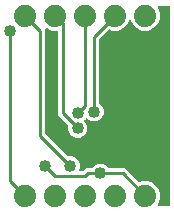
<source format=gbr>
G04 EAGLE Gerber RS-274X export*
G75*
%MOMM*%
%FSLAX34Y34*%
%LPD*%
%INBottom Copper*%
%IPPOS*%
%AMOC8*
5,1,8,0,0,1.08239X$1,22.5*%
G01*
%ADD10C,1.879600*%
%ADD11C,0.254000*%
%ADD12C,1.016000*%

G36*
X147378Y4073D02*
X147378Y4073D01*
X147436Y4071D01*
X147518Y4093D01*
X147602Y4105D01*
X147655Y4128D01*
X147711Y4143D01*
X147784Y4186D01*
X147861Y4221D01*
X147906Y4259D01*
X147956Y4288D01*
X148014Y4350D01*
X148078Y4404D01*
X148110Y4453D01*
X148150Y4496D01*
X148189Y4571D01*
X148236Y4641D01*
X148253Y4697D01*
X148280Y4749D01*
X148291Y4817D01*
X148321Y4912D01*
X148324Y5012D01*
X148335Y5080D01*
X148335Y172720D01*
X148327Y172778D01*
X148329Y172836D01*
X148307Y172918D01*
X148295Y173002D01*
X148272Y173055D01*
X148257Y173111D01*
X148214Y173184D01*
X148179Y173261D01*
X148141Y173306D01*
X148112Y173356D01*
X148050Y173414D01*
X147996Y173478D01*
X147947Y173510D01*
X147904Y173550D01*
X147829Y173589D01*
X147759Y173636D01*
X147703Y173653D01*
X147651Y173680D01*
X147583Y173691D01*
X147488Y173721D01*
X147388Y173724D01*
X147320Y173735D01*
X138415Y173735D01*
X138301Y173719D01*
X138187Y173709D01*
X138161Y173699D01*
X138133Y173695D01*
X138028Y173648D01*
X137921Y173607D01*
X137899Y173591D01*
X137874Y173579D01*
X137786Y173505D01*
X137695Y173436D01*
X137678Y173413D01*
X137657Y173396D01*
X137593Y173300D01*
X137524Y173208D01*
X137515Y173182D01*
X137499Y173159D01*
X137465Y173049D01*
X137424Y172942D01*
X137422Y172914D01*
X137414Y172888D01*
X137411Y172773D01*
X137401Y172659D01*
X137407Y172634D01*
X137406Y172604D01*
X137473Y172347D01*
X137477Y172331D01*
X139447Y167576D01*
X139447Y162624D01*
X137552Y158049D01*
X134051Y154548D01*
X129476Y152653D01*
X124524Y152653D01*
X119949Y154548D01*
X116448Y158049D01*
X115238Y160971D01*
X115223Y160996D01*
X115214Y161024D01*
X115151Y161119D01*
X115093Y161216D01*
X115072Y161236D01*
X115056Y161261D01*
X114969Y161333D01*
X114887Y161411D01*
X114861Y161425D01*
X114838Y161443D01*
X114735Y161489D01*
X114634Y161541D01*
X114605Y161547D01*
X114578Y161559D01*
X114466Y161575D01*
X114355Y161596D01*
X114326Y161594D01*
X114297Y161598D01*
X114185Y161582D01*
X114072Y161572D01*
X114045Y161561D01*
X114016Y161557D01*
X113912Y161511D01*
X113807Y161470D01*
X113783Y161452D01*
X113756Y161440D01*
X113670Y161367D01*
X113580Y161298D01*
X113562Y161275D01*
X113540Y161256D01*
X113498Y161189D01*
X113410Y161071D01*
X113388Y161012D01*
X113362Y160971D01*
X112152Y158049D01*
X108651Y154548D01*
X104076Y152653D01*
X99124Y152653D01*
X97019Y153525D01*
X97018Y153526D01*
X97016Y153526D01*
X96882Y153561D01*
X96744Y153596D01*
X96742Y153596D01*
X96741Y153596D01*
X96600Y153592D01*
X96460Y153588D01*
X96458Y153588D01*
X96457Y153587D01*
X96324Y153545D01*
X96189Y153501D01*
X96188Y153500D01*
X96186Y153500D01*
X96174Y153491D01*
X95953Y153343D01*
X95933Y153320D01*
X95913Y153305D01*
X88436Y145828D01*
X88384Y145759D01*
X88324Y145695D01*
X88298Y145645D01*
X88265Y145601D01*
X88234Y145520D01*
X88194Y145442D01*
X88186Y145394D01*
X88164Y145336D01*
X88152Y145188D01*
X88139Y145111D01*
X88139Y91418D01*
X88151Y91331D01*
X88154Y91244D01*
X88171Y91191D01*
X88179Y91136D01*
X88214Y91056D01*
X88241Y90973D01*
X88269Y90934D01*
X88295Y90877D01*
X88389Y90765D01*
X88404Y90740D01*
X88414Y90731D01*
X88436Y90700D01*
X90711Y88425D01*
X91949Y85437D01*
X91949Y82203D01*
X90711Y79215D01*
X88425Y76929D01*
X85437Y75691D01*
X82203Y75691D01*
X79215Y76929D01*
X78188Y77956D01*
X78141Y77991D01*
X78101Y78034D01*
X78028Y78076D01*
X77961Y78127D01*
X77906Y78148D01*
X77856Y78178D01*
X77774Y78198D01*
X77695Y78228D01*
X77637Y78233D01*
X77580Y78248D01*
X77496Y78245D01*
X77412Y78252D01*
X77354Y78241D01*
X77296Y78239D01*
X77216Y78213D01*
X77133Y78196D01*
X77081Y78169D01*
X77025Y78151D01*
X76969Y78111D01*
X76881Y78065D01*
X76808Y77996D01*
X76752Y77956D01*
X75714Y76918D01*
X75679Y76871D01*
X75636Y76831D01*
X75593Y76758D01*
X75543Y76691D01*
X75522Y76636D01*
X75492Y76586D01*
X75472Y76504D01*
X75442Y76425D01*
X75437Y76367D01*
X75422Y76310D01*
X75425Y76226D01*
X75418Y76142D01*
X75429Y76084D01*
X75431Y76026D01*
X75457Y75946D01*
X75474Y75863D01*
X75501Y75811D01*
X75519Y75755D01*
X75559Y75699D01*
X75605Y75611D01*
X75674Y75538D01*
X75692Y75512D01*
X75693Y75512D01*
X75714Y75482D01*
X76741Y74455D01*
X77979Y71467D01*
X77979Y68233D01*
X76741Y65245D01*
X74455Y62959D01*
X71467Y61721D01*
X68233Y61721D01*
X65245Y62959D01*
X62959Y65245D01*
X61721Y68233D01*
X61721Y71451D01*
X61709Y71537D01*
X61706Y71625D01*
X61689Y71677D01*
X61681Y71732D01*
X61646Y71812D01*
X61619Y71895D01*
X61591Y71934D01*
X61565Y71991D01*
X61469Y72105D01*
X61424Y72168D01*
X52831Y80761D01*
X52831Y151638D01*
X52823Y151696D01*
X52825Y151754D01*
X52803Y151836D01*
X52791Y151920D01*
X52768Y151973D01*
X52753Y152029D01*
X52710Y152102D01*
X52675Y152179D01*
X52637Y152224D01*
X52608Y152274D01*
X52546Y152332D01*
X52492Y152396D01*
X52443Y152428D01*
X52400Y152468D01*
X52325Y152507D01*
X52255Y152554D01*
X52199Y152571D01*
X52147Y152598D01*
X52079Y152609D01*
X51984Y152639D01*
X51884Y152642D01*
X51816Y152653D01*
X48324Y152653D01*
X43823Y154518D01*
X43711Y154547D01*
X43602Y154581D01*
X43574Y154582D01*
X43547Y154589D01*
X43433Y154586D01*
X43318Y154589D01*
X43291Y154582D01*
X43263Y154581D01*
X43154Y154546D01*
X43043Y154517D01*
X43019Y154503D01*
X42992Y154494D01*
X42897Y154430D01*
X42798Y154371D01*
X42779Y154351D01*
X42756Y154336D01*
X42682Y154248D01*
X42604Y154164D01*
X42591Y154139D01*
X42573Y154118D01*
X42527Y154013D01*
X42474Y153911D01*
X42470Y153886D01*
X42458Y153858D01*
X42421Y153595D01*
X42419Y153580D01*
X42419Y65709D01*
X42431Y65623D01*
X42434Y65535D01*
X42451Y65483D01*
X42459Y65428D01*
X42494Y65348D01*
X42521Y65265D01*
X42549Y65226D01*
X42575Y65169D01*
X42671Y65055D01*
X42716Y64992D01*
X61182Y46526D01*
X61251Y46474D01*
X61315Y46414D01*
X61365Y46388D01*
X61409Y46355D01*
X61490Y46324D01*
X61568Y46284D01*
X61616Y46276D01*
X61674Y46254D01*
X61822Y46242D01*
X61899Y46229D01*
X65117Y46229D01*
X68105Y44991D01*
X70391Y42705D01*
X71629Y39717D01*
X71629Y36483D01*
X70986Y34933D01*
X70958Y34821D01*
X70923Y34712D01*
X70922Y34684D01*
X70916Y34657D01*
X70919Y34543D01*
X70916Y34428D01*
X70923Y34401D01*
X70924Y34373D01*
X70959Y34264D01*
X70988Y34153D01*
X71002Y34129D01*
X71010Y34102D01*
X71074Y34007D01*
X71133Y33908D01*
X71153Y33889D01*
X71169Y33866D01*
X71256Y33792D01*
X71340Y33714D01*
X71365Y33701D01*
X71386Y33683D01*
X71491Y33637D01*
X71593Y33584D01*
X71618Y33580D01*
X71646Y33568D01*
X71910Y33531D01*
X71924Y33529D01*
X73991Y33529D01*
X74077Y33541D01*
X74165Y33544D01*
X74217Y33561D01*
X74272Y33569D01*
X74352Y33604D01*
X74435Y33631D01*
X74474Y33659D01*
X74531Y33685D01*
X74645Y33781D01*
X74708Y33826D01*
X76951Y36069D01*
X81302Y36069D01*
X81389Y36081D01*
X81476Y36084D01*
X81529Y36101D01*
X81584Y36109D01*
X81664Y36144D01*
X81747Y36171D01*
X81786Y36199D01*
X81843Y36225D01*
X81957Y36321D01*
X82020Y36366D01*
X84295Y38641D01*
X87283Y39879D01*
X90517Y39879D01*
X93505Y38641D01*
X95780Y36366D01*
X95850Y36314D01*
X95913Y36254D01*
X95963Y36228D01*
X96007Y36195D01*
X96089Y36164D01*
X96166Y36124D01*
X96214Y36116D01*
X96273Y36094D01*
X96420Y36082D01*
X96498Y36069D01*
X109739Y36069D01*
X121313Y24495D01*
X121314Y24494D01*
X121315Y24493D01*
X121433Y24404D01*
X121540Y24324D01*
X121541Y24323D01*
X121543Y24322D01*
X121676Y24272D01*
X121806Y24223D01*
X121807Y24223D01*
X121809Y24222D01*
X121953Y24210D01*
X122089Y24199D01*
X122090Y24199D01*
X122092Y24199D01*
X122108Y24203D01*
X122368Y24255D01*
X122395Y24269D01*
X122419Y24275D01*
X124524Y25147D01*
X129476Y25147D01*
X134051Y23252D01*
X137552Y19751D01*
X139447Y15176D01*
X139447Y10224D01*
X137477Y5469D01*
X137448Y5357D01*
X137414Y5248D01*
X137413Y5220D01*
X137406Y5193D01*
X137409Y5079D01*
X137406Y4964D01*
X137413Y4937D01*
X137414Y4909D01*
X137449Y4800D01*
X137478Y4689D01*
X137492Y4665D01*
X137501Y4638D01*
X137565Y4543D01*
X137623Y4444D01*
X137644Y4425D01*
X137659Y4402D01*
X137747Y4328D01*
X137831Y4250D01*
X137855Y4237D01*
X137877Y4219D01*
X137981Y4173D01*
X138084Y4120D01*
X138108Y4116D01*
X138136Y4104D01*
X138400Y4067D01*
X138415Y4065D01*
X147320Y4065D01*
X147378Y4073D01*
G37*
D10*
X25400Y12700D03*
X50800Y12700D03*
X76200Y12700D03*
X101600Y12700D03*
X127000Y12700D03*
X127000Y165100D03*
X101600Y165100D03*
X76200Y165100D03*
X50800Y165100D03*
X25400Y165100D03*
D11*
X12700Y25400D02*
X25400Y12700D01*
X12700Y25400D02*
X12700Y152400D01*
D12*
X12700Y152400D03*
D11*
X83820Y147320D02*
X83820Y83820D01*
X83820Y147320D02*
X101600Y165100D01*
D12*
X83820Y83820D03*
D11*
X76200Y88900D02*
X76200Y165100D01*
X76200Y88900D02*
X69850Y82550D01*
D12*
X69850Y82550D03*
D11*
X38100Y152400D02*
X25400Y165100D01*
X38100Y152400D02*
X38100Y63500D01*
X63500Y38100D01*
D12*
X63500Y38100D03*
D11*
X57150Y158750D02*
X50800Y165100D01*
X57150Y158750D02*
X57150Y82550D01*
X69850Y69850D01*
D12*
X69850Y69850D03*
D11*
X88900Y31750D02*
X107950Y31750D01*
X127000Y12700D01*
X50800Y29210D02*
X41910Y38100D01*
X50800Y29210D02*
X76200Y29210D01*
X78740Y31750D01*
X88900Y31750D01*
D12*
X88900Y31750D03*
X41910Y38100D03*
X101600Y120650D03*
X139700Y152400D03*
X107950Y50800D03*
X46990Y106680D03*
M02*

</source>
